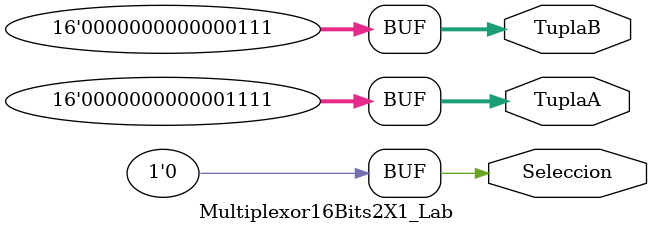
<source format=v>
module Multiplexor16Bits2X1_Lab (/*AUTOARG*/
   // Outputs
   TuplaA, TuplaB, Seleccion
   ) ;
   output reg [15:0] TuplaA, TuplaB;
   output reg Seleccion;

   wire   [15:0] Mux_Rta;
   
   Multiplexor16Bits2X1 Mux (Mux_Rta,TuplaA,TuplaB,Seleccion);

   //Simulación:
   initial begin
      TuplaA = 16'hF;
      TuplaB = 16'h7;
      Seleccion = 1'b0;
   end

   initial begin
      repeat (2) begin
	 #2 Seleccion <= ~Seleccion;	 
      end
   end

   initial begin
      $dumpfile ("Multiplexor16Bits2X1_Lab.vcd");
      $dumpvars;
   end  

   
endmodule // Multiplexor16Bits2X1_Lab

</source>
